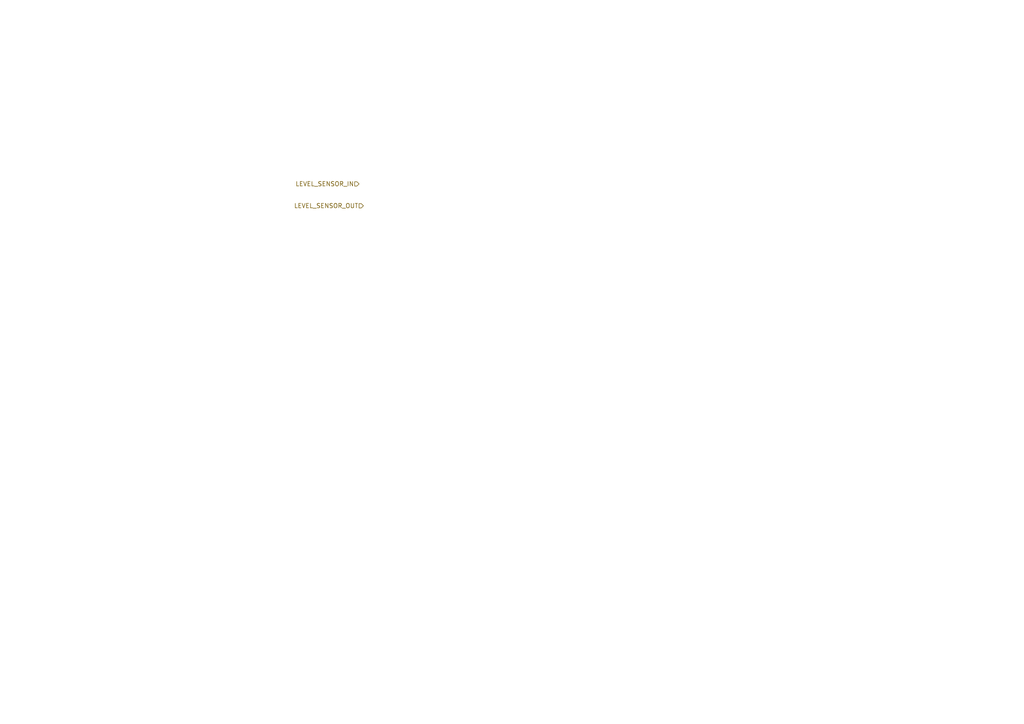
<source format=kicad_sch>
(kicad_sch (version 20211123) (generator eeschema)
  (paper "A4")
  (lib_symbols)
  (hierarchical_label "LEVEL_SENSOR_OUT" (shape input) (at 105.41 59.69 180))
  (hierarchical_label "LEVEL_SENSOR_IN" (shape input) (at 104.14 53.34 180))
)
</source>
